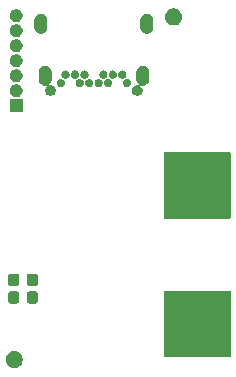
<source format=gbr>
%TF.GenerationSoftware,KiCad,Pcbnew,9.0.4*%
%TF.CreationDate,2025-09-03T13:38:36-07:00*%
%TF.ProjectId,k1-aioc,6b312d61-696f-4632-9e6b-696361645f70,rev?*%
%TF.SameCoordinates,Original*%
%TF.FileFunction,Soldermask,Bot*%
%TF.FilePolarity,Negative*%
%FSLAX46Y46*%
G04 Gerber Fmt 4.6, Leading zero omitted, Abs format (unit mm)*
G04 Created by KiCad (PCBNEW 9.0.4) date 2025-09-03 13:38:36*
%MOMM*%
%LPD*%
G01*
G04 APERTURE LIST*
G04 APERTURE END LIST*
G36*
X104960747Y-109555261D02*
G01*
X105092234Y-109609725D01*
X105210570Y-109688794D01*
X105311206Y-109789430D01*
X105390275Y-109907766D01*
X105444739Y-110039253D01*
X105472504Y-110178840D01*
X105472504Y-110321160D01*
X105444739Y-110460747D01*
X105390275Y-110592234D01*
X105311206Y-110710570D01*
X105210570Y-110811206D01*
X105092234Y-110890275D01*
X104960747Y-110944739D01*
X104821160Y-110972504D01*
X104678840Y-110972504D01*
X104539253Y-110944739D01*
X104407766Y-110890275D01*
X104289430Y-110811206D01*
X104188794Y-110710570D01*
X104109725Y-110592234D01*
X104055261Y-110460747D01*
X104027496Y-110321160D01*
X104027496Y-110178840D01*
X104055261Y-110039253D01*
X104109725Y-109907766D01*
X104188794Y-109789430D01*
X104289430Y-109688794D01*
X104407766Y-109609725D01*
X104539253Y-109555261D01*
X104678840Y-109527496D01*
X104821160Y-109527496D01*
X104960747Y-109555261D01*
G37*
G36*
X123014632Y-104426441D02*
G01*
X123041668Y-104437640D01*
X123062360Y-104458332D01*
X123073559Y-104485368D01*
X123075000Y-104500000D01*
X123075000Y-110000000D01*
X123073559Y-110014632D01*
X123062360Y-110041668D01*
X123041668Y-110062360D01*
X123014632Y-110073559D01*
X123000000Y-110075000D01*
X122997546Y-110075000D01*
X117502454Y-110075000D01*
X117500000Y-110075000D01*
X117485368Y-110073559D01*
X117458332Y-110062360D01*
X117437640Y-110041668D01*
X117426441Y-110014632D01*
X117425000Y-110000000D01*
X117425000Y-104500000D01*
X117426441Y-104485368D01*
X117437640Y-104458332D01*
X117458332Y-104437640D01*
X117485368Y-104426441D01*
X117500000Y-104425000D01*
X123000000Y-104425000D01*
X123014632Y-104426441D01*
G37*
G36*
X104937660Y-104476275D02*
G01*
X104999590Y-104484428D01*
X105015167Y-104491692D01*
X105034096Y-104495457D01*
X105059167Y-104512208D01*
X105084955Y-104524234D01*
X105100644Y-104539923D01*
X105121285Y-104553715D01*
X105135076Y-104574355D01*
X105150765Y-104590044D01*
X105162789Y-104615830D01*
X105179543Y-104640904D01*
X105183308Y-104659834D01*
X105190571Y-104675409D01*
X105198722Y-104737326D01*
X105200000Y-104743750D01*
X105200000Y-105256250D01*
X105198722Y-105262674D01*
X105190571Y-105324590D01*
X105183308Y-105340164D01*
X105179543Y-105359096D01*
X105162787Y-105384171D01*
X105150765Y-105409955D01*
X105135078Y-105425641D01*
X105121285Y-105446285D01*
X105100641Y-105460078D01*
X105084955Y-105475765D01*
X105059171Y-105487787D01*
X105034096Y-105504543D01*
X105015164Y-105508308D01*
X104999590Y-105515571D01*
X104937674Y-105523722D01*
X104931250Y-105525000D01*
X104493750Y-105525000D01*
X104487326Y-105523722D01*
X104425409Y-105515571D01*
X104409834Y-105508308D01*
X104390904Y-105504543D01*
X104365830Y-105487789D01*
X104340044Y-105475765D01*
X104324355Y-105460076D01*
X104303715Y-105446285D01*
X104289923Y-105425644D01*
X104274234Y-105409955D01*
X104262208Y-105384167D01*
X104245457Y-105359096D01*
X104241692Y-105340167D01*
X104234428Y-105324590D01*
X104226275Y-105262660D01*
X104225000Y-105256250D01*
X104225000Y-104743750D01*
X104226274Y-104737341D01*
X104234428Y-104675409D01*
X104241692Y-104659830D01*
X104245457Y-104640904D01*
X104262207Y-104615835D01*
X104274234Y-104590044D01*
X104289925Y-104574352D01*
X104303715Y-104553715D01*
X104324352Y-104539925D01*
X104340044Y-104524234D01*
X104365835Y-104512207D01*
X104390904Y-104495457D01*
X104409830Y-104491692D01*
X104425409Y-104484428D01*
X104487341Y-104476274D01*
X104493750Y-104475000D01*
X104931250Y-104475000D01*
X104937660Y-104476275D01*
G37*
G36*
X106512660Y-104476275D02*
G01*
X106574590Y-104484428D01*
X106590167Y-104491692D01*
X106609096Y-104495457D01*
X106634167Y-104512208D01*
X106659955Y-104524234D01*
X106675644Y-104539923D01*
X106696285Y-104553715D01*
X106710076Y-104574355D01*
X106725765Y-104590044D01*
X106737789Y-104615830D01*
X106754543Y-104640904D01*
X106758308Y-104659834D01*
X106765571Y-104675409D01*
X106773722Y-104737326D01*
X106775000Y-104743750D01*
X106775000Y-105256250D01*
X106773722Y-105262674D01*
X106765571Y-105324590D01*
X106758308Y-105340164D01*
X106754543Y-105359096D01*
X106737787Y-105384171D01*
X106725765Y-105409955D01*
X106710078Y-105425641D01*
X106696285Y-105446285D01*
X106675641Y-105460078D01*
X106659955Y-105475765D01*
X106634171Y-105487787D01*
X106609096Y-105504543D01*
X106590164Y-105508308D01*
X106574590Y-105515571D01*
X106512674Y-105523722D01*
X106506250Y-105525000D01*
X106068750Y-105525000D01*
X106062326Y-105523722D01*
X106000409Y-105515571D01*
X105984834Y-105508308D01*
X105965904Y-105504543D01*
X105940830Y-105487789D01*
X105915044Y-105475765D01*
X105899355Y-105460076D01*
X105878715Y-105446285D01*
X105864923Y-105425644D01*
X105849234Y-105409955D01*
X105837208Y-105384167D01*
X105820457Y-105359096D01*
X105816692Y-105340167D01*
X105809428Y-105324590D01*
X105801275Y-105262660D01*
X105800000Y-105256250D01*
X105800000Y-104743750D01*
X105801274Y-104737341D01*
X105809428Y-104675409D01*
X105816692Y-104659830D01*
X105820457Y-104640904D01*
X105837207Y-104615835D01*
X105849234Y-104590044D01*
X105864925Y-104574352D01*
X105878715Y-104553715D01*
X105899352Y-104539925D01*
X105915044Y-104524234D01*
X105940835Y-104512207D01*
X105965904Y-104495457D01*
X105984830Y-104491692D01*
X106000409Y-104484428D01*
X106062341Y-104476274D01*
X106068750Y-104475000D01*
X106506250Y-104475000D01*
X106512660Y-104476275D01*
G37*
G36*
X104937660Y-102976275D02*
G01*
X104999590Y-102984428D01*
X105015167Y-102991692D01*
X105034096Y-102995457D01*
X105059167Y-103012208D01*
X105084955Y-103024234D01*
X105100644Y-103039923D01*
X105121285Y-103053715D01*
X105135076Y-103074355D01*
X105150765Y-103090044D01*
X105162789Y-103115830D01*
X105179543Y-103140904D01*
X105183308Y-103159834D01*
X105190571Y-103175409D01*
X105198722Y-103237326D01*
X105200000Y-103243750D01*
X105200000Y-103756250D01*
X105198722Y-103762674D01*
X105190571Y-103824590D01*
X105183308Y-103840164D01*
X105179543Y-103859096D01*
X105162787Y-103884171D01*
X105150765Y-103909955D01*
X105135078Y-103925641D01*
X105121285Y-103946285D01*
X105100641Y-103960078D01*
X105084955Y-103975765D01*
X105059171Y-103987787D01*
X105034096Y-104004543D01*
X105015164Y-104008308D01*
X104999590Y-104015571D01*
X104937674Y-104023722D01*
X104931250Y-104025000D01*
X104493750Y-104025000D01*
X104487326Y-104023722D01*
X104425409Y-104015571D01*
X104409834Y-104008308D01*
X104390904Y-104004543D01*
X104365830Y-103987789D01*
X104340044Y-103975765D01*
X104324355Y-103960076D01*
X104303715Y-103946285D01*
X104289923Y-103925644D01*
X104274234Y-103909955D01*
X104262208Y-103884167D01*
X104245457Y-103859096D01*
X104241692Y-103840167D01*
X104234428Y-103824590D01*
X104226275Y-103762660D01*
X104225000Y-103756250D01*
X104225000Y-103243750D01*
X104226274Y-103237341D01*
X104234428Y-103175409D01*
X104241692Y-103159830D01*
X104245457Y-103140904D01*
X104262207Y-103115835D01*
X104274234Y-103090044D01*
X104289925Y-103074352D01*
X104303715Y-103053715D01*
X104324352Y-103039925D01*
X104340044Y-103024234D01*
X104365835Y-103012207D01*
X104390904Y-102995457D01*
X104409830Y-102991692D01*
X104425409Y-102984428D01*
X104487341Y-102976274D01*
X104493750Y-102975000D01*
X104931250Y-102975000D01*
X104937660Y-102976275D01*
G37*
G36*
X106512660Y-102976275D02*
G01*
X106574590Y-102984428D01*
X106590167Y-102991692D01*
X106609096Y-102995457D01*
X106634167Y-103012208D01*
X106659955Y-103024234D01*
X106675644Y-103039923D01*
X106696285Y-103053715D01*
X106710076Y-103074355D01*
X106725765Y-103090044D01*
X106737789Y-103115830D01*
X106754543Y-103140904D01*
X106758308Y-103159834D01*
X106765571Y-103175409D01*
X106773722Y-103237326D01*
X106775000Y-103243750D01*
X106775000Y-103756250D01*
X106773722Y-103762674D01*
X106765571Y-103824590D01*
X106758308Y-103840164D01*
X106754543Y-103859096D01*
X106737787Y-103884171D01*
X106725765Y-103909955D01*
X106710078Y-103925641D01*
X106696285Y-103946285D01*
X106675641Y-103960078D01*
X106659955Y-103975765D01*
X106634171Y-103987787D01*
X106609096Y-104004543D01*
X106590164Y-104008308D01*
X106574590Y-104015571D01*
X106512674Y-104023722D01*
X106506250Y-104025000D01*
X106068750Y-104025000D01*
X106062326Y-104023722D01*
X106000409Y-104015571D01*
X105984834Y-104008308D01*
X105965904Y-104004543D01*
X105940830Y-103987789D01*
X105915044Y-103975765D01*
X105899355Y-103960076D01*
X105878715Y-103946285D01*
X105864923Y-103925644D01*
X105849234Y-103909955D01*
X105837208Y-103884167D01*
X105820457Y-103859096D01*
X105816692Y-103840167D01*
X105809428Y-103824590D01*
X105801275Y-103762660D01*
X105800000Y-103756250D01*
X105800000Y-103243750D01*
X105801274Y-103237341D01*
X105809428Y-103175409D01*
X105816692Y-103159830D01*
X105820457Y-103140904D01*
X105837207Y-103115835D01*
X105849234Y-103090044D01*
X105864925Y-103074352D01*
X105878715Y-103053715D01*
X105899352Y-103039925D01*
X105915044Y-103024234D01*
X105940835Y-103012207D01*
X105965904Y-102995457D01*
X105984830Y-102991692D01*
X106000409Y-102984428D01*
X106062341Y-102976274D01*
X106068750Y-102975000D01*
X106506250Y-102975000D01*
X106512660Y-102976275D01*
G37*
G36*
X123014632Y-92676441D02*
G01*
X123041668Y-92687640D01*
X123062360Y-92708332D01*
X123073559Y-92735368D01*
X123075000Y-92750000D01*
X123075000Y-98250000D01*
X123073559Y-98264632D01*
X123062360Y-98291668D01*
X123041668Y-98312360D01*
X123014632Y-98323559D01*
X123000000Y-98325000D01*
X122997546Y-98325000D01*
X117502454Y-98325000D01*
X117500000Y-98325000D01*
X117485368Y-98323559D01*
X117458332Y-98312360D01*
X117437640Y-98291668D01*
X117426441Y-98264632D01*
X117425000Y-98250000D01*
X117425000Y-92750000D01*
X117426441Y-92735368D01*
X117437640Y-92708332D01*
X117458332Y-92687640D01*
X117485368Y-92676441D01*
X117500000Y-92675000D01*
X123000000Y-92675000D01*
X123014632Y-92676441D01*
G37*
G36*
X105444134Y-88203806D02*
G01*
X105460355Y-88214645D01*
X105471194Y-88230866D01*
X105475000Y-88250000D01*
X105475000Y-89250000D01*
X105471194Y-89269134D01*
X105460355Y-89285355D01*
X105444134Y-89296194D01*
X105425000Y-89300000D01*
X104425000Y-89300000D01*
X104405866Y-89296194D01*
X104389645Y-89285355D01*
X104378806Y-89269134D01*
X104375000Y-89250000D01*
X104375000Y-88250000D01*
X104378806Y-88230866D01*
X104389645Y-88214645D01*
X104405866Y-88203806D01*
X104425000Y-88200000D01*
X105425000Y-88200000D01*
X105444134Y-88203806D01*
G37*
G36*
X105135476Y-86971866D02*
G01*
X105259819Y-87043656D01*
X105361344Y-87145181D01*
X105433134Y-87269524D01*
X105470295Y-87408211D01*
X105470295Y-87551789D01*
X105433134Y-87690476D01*
X105361344Y-87814819D01*
X105259819Y-87916344D01*
X105135476Y-87988134D01*
X104996789Y-88025295D01*
X104853211Y-88025295D01*
X104714524Y-87988134D01*
X104590181Y-87916344D01*
X104488656Y-87814819D01*
X104416866Y-87690476D01*
X104379705Y-87551789D01*
X104379705Y-87408211D01*
X104416866Y-87269524D01*
X104488656Y-87145181D01*
X104590181Y-87043656D01*
X104714524Y-86971866D01*
X104853211Y-86934705D01*
X104996789Y-86934705D01*
X105135476Y-86971866D01*
G37*
G36*
X107580476Y-85421866D02*
G01*
X107704819Y-85493656D01*
X107806344Y-85595181D01*
X107878134Y-85719524D01*
X107915295Y-85858211D01*
X107920000Y-85930000D01*
X107920000Y-86530000D01*
X107915295Y-86601789D01*
X107878134Y-86740476D01*
X107806344Y-86864819D01*
X107704819Y-86966344D01*
X107703382Y-86967173D01*
X107691668Y-86978888D01*
X107729811Y-87044956D01*
X107771263Y-87033850D01*
X107888737Y-87033850D01*
X108002208Y-87064254D01*
X108103943Y-87122991D01*
X108187009Y-87206057D01*
X108245746Y-87307792D01*
X108276150Y-87421263D01*
X108276150Y-87538737D01*
X108245746Y-87652208D01*
X108187009Y-87753943D01*
X108103943Y-87837009D01*
X108002208Y-87895746D01*
X107888737Y-87926150D01*
X107771263Y-87926150D01*
X107657792Y-87895746D01*
X107556057Y-87837009D01*
X107472991Y-87753943D01*
X107414254Y-87652208D01*
X107383850Y-87538737D01*
X107383850Y-87421263D01*
X107414254Y-87307792D01*
X107472991Y-87206057D01*
X107556057Y-87122991D01*
X107557486Y-87122165D01*
X107559650Y-87120002D01*
X107521505Y-87053935D01*
X107441789Y-87075295D01*
X107298211Y-87075295D01*
X107159524Y-87038134D01*
X107035181Y-86966344D01*
X106933656Y-86864819D01*
X106861866Y-86740476D01*
X106824705Y-86601789D01*
X106820000Y-86530000D01*
X106820000Y-85930000D01*
X106824705Y-85858211D01*
X106861866Y-85719524D01*
X106933656Y-85595181D01*
X107035181Y-85493656D01*
X107159524Y-85421866D01*
X107298211Y-85384705D01*
X107441789Y-85384705D01*
X107580476Y-85421866D01*
G37*
G36*
X115840476Y-85421866D02*
G01*
X115964819Y-85493656D01*
X116066344Y-85595181D01*
X116138134Y-85719524D01*
X116175295Y-85858211D01*
X116180000Y-85930000D01*
X116180000Y-86530000D01*
X116175295Y-86601789D01*
X116138134Y-86740476D01*
X116066344Y-86864819D01*
X115964819Y-86966344D01*
X115840476Y-87038134D01*
X115701789Y-87075295D01*
X115558211Y-87075295D01*
X115478492Y-87053934D01*
X115440349Y-87120002D01*
X115442511Y-87122164D01*
X115443943Y-87122991D01*
X115527009Y-87206057D01*
X115585746Y-87307792D01*
X115616150Y-87421263D01*
X115616150Y-87538737D01*
X115585746Y-87652208D01*
X115527009Y-87753943D01*
X115443943Y-87837009D01*
X115342208Y-87895746D01*
X115228737Y-87926150D01*
X115111263Y-87926150D01*
X114997792Y-87895746D01*
X114896057Y-87837009D01*
X114812991Y-87753943D01*
X114754254Y-87652208D01*
X114723850Y-87538737D01*
X114723850Y-87421263D01*
X114754254Y-87307792D01*
X114812991Y-87206057D01*
X114896057Y-87122991D01*
X114997792Y-87064254D01*
X115111263Y-87033850D01*
X115228737Y-87033850D01*
X115270186Y-87044956D01*
X115308331Y-86978889D01*
X115296612Y-86967170D01*
X115295181Y-86966344D01*
X115193656Y-86864819D01*
X115121866Y-86740476D01*
X115084705Y-86601789D01*
X115080000Y-86530000D01*
X115080000Y-85930000D01*
X115084705Y-85858211D01*
X115121866Y-85719524D01*
X115193656Y-85595181D01*
X115295181Y-85493656D01*
X115419524Y-85421866D01*
X115558211Y-85384705D01*
X115701789Y-85384705D01*
X115840476Y-85421866D01*
G37*
G36*
X108833939Y-86506642D02*
G01*
X108913067Y-86552326D01*
X108977674Y-86616933D01*
X109023358Y-86696061D01*
X109047006Y-86784316D01*
X109047006Y-86875684D01*
X109023358Y-86963939D01*
X108977674Y-87043067D01*
X108913067Y-87107674D01*
X108833939Y-87153358D01*
X108745684Y-87177006D01*
X108654316Y-87177006D01*
X108566061Y-87153358D01*
X108486933Y-87107674D01*
X108422326Y-87043067D01*
X108376642Y-86963939D01*
X108352994Y-86875684D01*
X108352994Y-86784316D01*
X108376642Y-86696061D01*
X108422326Y-86616933D01*
X108486933Y-86552326D01*
X108566061Y-86506642D01*
X108654316Y-86482994D01*
X108745684Y-86482994D01*
X108833939Y-86506642D01*
G37*
G36*
X110433939Y-86506642D02*
G01*
X110513067Y-86552326D01*
X110577674Y-86616933D01*
X110623358Y-86696061D01*
X110647006Y-86784316D01*
X110647006Y-86875684D01*
X110623358Y-86963939D01*
X110577674Y-87043067D01*
X110513067Y-87107674D01*
X110433939Y-87153358D01*
X110345684Y-87177006D01*
X110254316Y-87177006D01*
X110166061Y-87153358D01*
X110086933Y-87107674D01*
X110022326Y-87043067D01*
X109976642Y-86963939D01*
X109952994Y-86875684D01*
X109952994Y-86784316D01*
X109976642Y-86696061D01*
X110022326Y-86616933D01*
X110086933Y-86552326D01*
X110166061Y-86506642D01*
X110254316Y-86482994D01*
X110345684Y-86482994D01*
X110433939Y-86506642D01*
G37*
G36*
X111233939Y-86506642D02*
G01*
X111313067Y-86552326D01*
X111377674Y-86616933D01*
X111423358Y-86696061D01*
X111447006Y-86784316D01*
X111447006Y-86875684D01*
X111423358Y-86963939D01*
X111377674Y-87043067D01*
X111313067Y-87107674D01*
X111233939Y-87153358D01*
X111145684Y-87177006D01*
X111054316Y-87177006D01*
X110966061Y-87153358D01*
X110886933Y-87107674D01*
X110822326Y-87043067D01*
X110776642Y-86963939D01*
X110752994Y-86875684D01*
X110752994Y-86784316D01*
X110776642Y-86696061D01*
X110822326Y-86616933D01*
X110886933Y-86552326D01*
X110966061Y-86506642D01*
X111054316Y-86482994D01*
X111145684Y-86482994D01*
X111233939Y-86506642D01*
G37*
G36*
X112033939Y-86506642D02*
G01*
X112113067Y-86552326D01*
X112177674Y-86616933D01*
X112223358Y-86696061D01*
X112247006Y-86784316D01*
X112247006Y-86875684D01*
X112223358Y-86963939D01*
X112177674Y-87043067D01*
X112113067Y-87107674D01*
X112033939Y-87153358D01*
X111945684Y-87177006D01*
X111854316Y-87177006D01*
X111766061Y-87153358D01*
X111686933Y-87107674D01*
X111622326Y-87043067D01*
X111576642Y-86963939D01*
X111552994Y-86875684D01*
X111552994Y-86784316D01*
X111576642Y-86696061D01*
X111622326Y-86616933D01*
X111686933Y-86552326D01*
X111766061Y-86506642D01*
X111854316Y-86482994D01*
X111945684Y-86482994D01*
X112033939Y-86506642D01*
G37*
G36*
X112833939Y-86506642D02*
G01*
X112913067Y-86552326D01*
X112977674Y-86616933D01*
X113023358Y-86696061D01*
X113047006Y-86784316D01*
X113047006Y-86875684D01*
X113023358Y-86963939D01*
X112977674Y-87043067D01*
X112913067Y-87107674D01*
X112833939Y-87153358D01*
X112745684Y-87177006D01*
X112654316Y-87177006D01*
X112566061Y-87153358D01*
X112486933Y-87107674D01*
X112422326Y-87043067D01*
X112376642Y-86963939D01*
X112352994Y-86875684D01*
X112352994Y-86784316D01*
X112376642Y-86696061D01*
X112422326Y-86616933D01*
X112486933Y-86552326D01*
X112566061Y-86506642D01*
X112654316Y-86482994D01*
X112745684Y-86482994D01*
X112833939Y-86506642D01*
G37*
G36*
X114433939Y-86506642D02*
G01*
X114513067Y-86552326D01*
X114577674Y-86616933D01*
X114623358Y-86696061D01*
X114647006Y-86784316D01*
X114647006Y-86875684D01*
X114623358Y-86963939D01*
X114577674Y-87043067D01*
X114513067Y-87107674D01*
X114433939Y-87153358D01*
X114345684Y-87177006D01*
X114254316Y-87177006D01*
X114166061Y-87153358D01*
X114086933Y-87107674D01*
X114022326Y-87043067D01*
X113976642Y-86963939D01*
X113952994Y-86875684D01*
X113952994Y-86784316D01*
X113976642Y-86696061D01*
X114022326Y-86616933D01*
X114086933Y-86552326D01*
X114166061Y-86506642D01*
X114254316Y-86482994D01*
X114345684Y-86482994D01*
X114433939Y-86506642D01*
G37*
G36*
X105135476Y-85701866D02*
G01*
X105259819Y-85773656D01*
X105361344Y-85875181D01*
X105433134Y-85999524D01*
X105470295Y-86138211D01*
X105470295Y-86281789D01*
X105433134Y-86420476D01*
X105361344Y-86544819D01*
X105259819Y-86646344D01*
X105135476Y-86718134D01*
X104996789Y-86755295D01*
X104853211Y-86755295D01*
X104714524Y-86718134D01*
X104590181Y-86646344D01*
X104488656Y-86544819D01*
X104416866Y-86420476D01*
X104379705Y-86281789D01*
X104379705Y-86138211D01*
X104416866Y-85999524D01*
X104488656Y-85875181D01*
X104590181Y-85773656D01*
X104714524Y-85701866D01*
X104853211Y-85664705D01*
X104996789Y-85664705D01*
X105135476Y-85701866D01*
G37*
G36*
X109233939Y-85806642D02*
G01*
X109313067Y-85852326D01*
X109377674Y-85916933D01*
X109423358Y-85996061D01*
X109447006Y-86084316D01*
X109447006Y-86175684D01*
X109423358Y-86263939D01*
X109377674Y-86343067D01*
X109313067Y-86407674D01*
X109233939Y-86453358D01*
X109145684Y-86477006D01*
X109054316Y-86477006D01*
X108966061Y-86453358D01*
X108886933Y-86407674D01*
X108822326Y-86343067D01*
X108776642Y-86263939D01*
X108752994Y-86175684D01*
X108752994Y-86084316D01*
X108776642Y-85996061D01*
X108822326Y-85916933D01*
X108886933Y-85852326D01*
X108966061Y-85806642D01*
X109054316Y-85782994D01*
X109145684Y-85782994D01*
X109233939Y-85806642D01*
G37*
G36*
X110033939Y-85806642D02*
G01*
X110113067Y-85852326D01*
X110177674Y-85916933D01*
X110223358Y-85996061D01*
X110247006Y-86084316D01*
X110247006Y-86175684D01*
X110223358Y-86263939D01*
X110177674Y-86343067D01*
X110113067Y-86407674D01*
X110033939Y-86453358D01*
X109945684Y-86477006D01*
X109854316Y-86477006D01*
X109766061Y-86453358D01*
X109686933Y-86407674D01*
X109622326Y-86343067D01*
X109576642Y-86263939D01*
X109552994Y-86175684D01*
X109552994Y-86084316D01*
X109576642Y-85996061D01*
X109622326Y-85916933D01*
X109686933Y-85852326D01*
X109766061Y-85806642D01*
X109854316Y-85782994D01*
X109945684Y-85782994D01*
X110033939Y-85806642D01*
G37*
G36*
X110833939Y-85806642D02*
G01*
X110913067Y-85852326D01*
X110977674Y-85916933D01*
X111023358Y-85996061D01*
X111047006Y-86084316D01*
X111047006Y-86175684D01*
X111023358Y-86263939D01*
X110977674Y-86343067D01*
X110913067Y-86407674D01*
X110833939Y-86453358D01*
X110745684Y-86477006D01*
X110654316Y-86477006D01*
X110566061Y-86453358D01*
X110486933Y-86407674D01*
X110422326Y-86343067D01*
X110376642Y-86263939D01*
X110352994Y-86175684D01*
X110352994Y-86084316D01*
X110376642Y-85996061D01*
X110422326Y-85916933D01*
X110486933Y-85852326D01*
X110566061Y-85806642D01*
X110654316Y-85782994D01*
X110745684Y-85782994D01*
X110833939Y-85806642D01*
G37*
G36*
X112433939Y-85806642D02*
G01*
X112513067Y-85852326D01*
X112577674Y-85916933D01*
X112623358Y-85996061D01*
X112647006Y-86084316D01*
X112647006Y-86175684D01*
X112623358Y-86263939D01*
X112577674Y-86343067D01*
X112513067Y-86407674D01*
X112433939Y-86453358D01*
X112345684Y-86477006D01*
X112254316Y-86477006D01*
X112166061Y-86453358D01*
X112086933Y-86407674D01*
X112022326Y-86343067D01*
X111976642Y-86263939D01*
X111952994Y-86175684D01*
X111952994Y-86084316D01*
X111976642Y-85996061D01*
X112022326Y-85916933D01*
X112086933Y-85852326D01*
X112166061Y-85806642D01*
X112254316Y-85782994D01*
X112345684Y-85782994D01*
X112433939Y-85806642D01*
G37*
G36*
X113233939Y-85806642D02*
G01*
X113313067Y-85852326D01*
X113377674Y-85916933D01*
X113423358Y-85996061D01*
X113447006Y-86084316D01*
X113447006Y-86175684D01*
X113423358Y-86263939D01*
X113377674Y-86343067D01*
X113313067Y-86407674D01*
X113233939Y-86453358D01*
X113145684Y-86477006D01*
X113054316Y-86477006D01*
X112966061Y-86453358D01*
X112886933Y-86407674D01*
X112822326Y-86343067D01*
X112776642Y-86263939D01*
X112752994Y-86175684D01*
X112752994Y-86084316D01*
X112776642Y-85996061D01*
X112822326Y-85916933D01*
X112886933Y-85852326D01*
X112966061Y-85806642D01*
X113054316Y-85782994D01*
X113145684Y-85782994D01*
X113233939Y-85806642D01*
G37*
G36*
X114033939Y-85806642D02*
G01*
X114113067Y-85852326D01*
X114177674Y-85916933D01*
X114223358Y-85996061D01*
X114247006Y-86084316D01*
X114247006Y-86175684D01*
X114223358Y-86263939D01*
X114177674Y-86343067D01*
X114113067Y-86407674D01*
X114033939Y-86453358D01*
X113945684Y-86477006D01*
X113854316Y-86477006D01*
X113766061Y-86453358D01*
X113686933Y-86407674D01*
X113622326Y-86343067D01*
X113576642Y-86263939D01*
X113552994Y-86175684D01*
X113552994Y-86084316D01*
X113576642Y-85996061D01*
X113622326Y-85916933D01*
X113686933Y-85852326D01*
X113766061Y-85806642D01*
X113854316Y-85782994D01*
X113945684Y-85782994D01*
X114033939Y-85806642D01*
G37*
G36*
X105135476Y-84431866D02*
G01*
X105259819Y-84503656D01*
X105361344Y-84605181D01*
X105433134Y-84729524D01*
X105470295Y-84868211D01*
X105470295Y-85011789D01*
X105433134Y-85150476D01*
X105361344Y-85274819D01*
X105259819Y-85376344D01*
X105135476Y-85448134D01*
X104996789Y-85485295D01*
X104853211Y-85485295D01*
X104714524Y-85448134D01*
X104590181Y-85376344D01*
X104488656Y-85274819D01*
X104416866Y-85150476D01*
X104379705Y-85011789D01*
X104379705Y-84868211D01*
X104416866Y-84729524D01*
X104488656Y-84605181D01*
X104590181Y-84503656D01*
X104714524Y-84431866D01*
X104853211Y-84394705D01*
X104996789Y-84394705D01*
X105135476Y-84431866D01*
G37*
G36*
X105135476Y-83161866D02*
G01*
X105259819Y-83233656D01*
X105361344Y-83335181D01*
X105433134Y-83459524D01*
X105470295Y-83598211D01*
X105470295Y-83741789D01*
X105433134Y-83880476D01*
X105361344Y-84004819D01*
X105259819Y-84106344D01*
X105135476Y-84178134D01*
X104996789Y-84215295D01*
X104853211Y-84215295D01*
X104714524Y-84178134D01*
X104590181Y-84106344D01*
X104488656Y-84004819D01*
X104416866Y-83880476D01*
X104379705Y-83741789D01*
X104379705Y-83598211D01*
X104416866Y-83459524D01*
X104488656Y-83335181D01*
X104590181Y-83233656D01*
X104714524Y-83161866D01*
X104853211Y-83124705D01*
X104996789Y-83124705D01*
X105135476Y-83161866D01*
G37*
G36*
X105135476Y-81891866D02*
G01*
X105259819Y-81963656D01*
X105361344Y-82065181D01*
X105433134Y-82189524D01*
X105470295Y-82328211D01*
X105470295Y-82471789D01*
X105433134Y-82610476D01*
X105361344Y-82734819D01*
X105259819Y-82836344D01*
X105135476Y-82908134D01*
X104996789Y-82945295D01*
X104853211Y-82945295D01*
X104714524Y-82908134D01*
X104590181Y-82836344D01*
X104488656Y-82734819D01*
X104416866Y-82610476D01*
X104379705Y-82471789D01*
X104379705Y-82328211D01*
X104416866Y-82189524D01*
X104488656Y-82065181D01*
X104590181Y-81963656D01*
X104714524Y-81891866D01*
X104853211Y-81854705D01*
X104996789Y-81854705D01*
X105135476Y-81891866D01*
G37*
G36*
X107220476Y-81031866D02*
G01*
X107344819Y-81103656D01*
X107446344Y-81205181D01*
X107518134Y-81329524D01*
X107555295Y-81468211D01*
X107560000Y-81540000D01*
X107560000Y-82140000D01*
X107555295Y-82211789D01*
X107518134Y-82350476D01*
X107446344Y-82474819D01*
X107344819Y-82576344D01*
X107220476Y-82648134D01*
X107081789Y-82685295D01*
X106938211Y-82685295D01*
X106799524Y-82648134D01*
X106675181Y-82576344D01*
X106573656Y-82474819D01*
X106501866Y-82350476D01*
X106464705Y-82211789D01*
X106460000Y-82140000D01*
X106460000Y-81540000D01*
X106464705Y-81468211D01*
X106501866Y-81329524D01*
X106573656Y-81205181D01*
X106675181Y-81103656D01*
X106799524Y-81031866D01*
X106938211Y-80994705D01*
X107081789Y-80994705D01*
X107220476Y-81031866D01*
G37*
G36*
X116200476Y-81031866D02*
G01*
X116324819Y-81103656D01*
X116426344Y-81205181D01*
X116498134Y-81329524D01*
X116535295Y-81468211D01*
X116540000Y-81540000D01*
X116540000Y-82140000D01*
X116535295Y-82211789D01*
X116498134Y-82350476D01*
X116426344Y-82474819D01*
X116324819Y-82576344D01*
X116200476Y-82648134D01*
X116061789Y-82685295D01*
X115918211Y-82685295D01*
X115779524Y-82648134D01*
X115655181Y-82576344D01*
X115553656Y-82474819D01*
X115481866Y-82350476D01*
X115444705Y-82211789D01*
X115440000Y-82140000D01*
X115440000Y-81540000D01*
X115444705Y-81468211D01*
X115481866Y-81329524D01*
X115553656Y-81205181D01*
X115655181Y-81103656D01*
X115779524Y-81031866D01*
X115918211Y-80994705D01*
X116061789Y-80994705D01*
X116200476Y-81031866D01*
G37*
G36*
X118460747Y-80555261D02*
G01*
X118592234Y-80609725D01*
X118710570Y-80688794D01*
X118811206Y-80789430D01*
X118890275Y-80907766D01*
X118944739Y-81039253D01*
X118972504Y-81178840D01*
X118972504Y-81321160D01*
X118944739Y-81460747D01*
X118890275Y-81592234D01*
X118811206Y-81710570D01*
X118710570Y-81811206D01*
X118592234Y-81890275D01*
X118460747Y-81944739D01*
X118321160Y-81972504D01*
X118178840Y-81972504D01*
X118039253Y-81944739D01*
X117907766Y-81890275D01*
X117789430Y-81811206D01*
X117688794Y-81710570D01*
X117609725Y-81592234D01*
X117555261Y-81460747D01*
X117527496Y-81321160D01*
X117527496Y-81178840D01*
X117555261Y-81039253D01*
X117609725Y-80907766D01*
X117688794Y-80789430D01*
X117789430Y-80688794D01*
X117907766Y-80609725D01*
X118039253Y-80555261D01*
X118178840Y-80527496D01*
X118321160Y-80527496D01*
X118460747Y-80555261D01*
G37*
G36*
X105135476Y-80621866D02*
G01*
X105259819Y-80693656D01*
X105361344Y-80795181D01*
X105433134Y-80919524D01*
X105470295Y-81058211D01*
X105470295Y-81201789D01*
X105433134Y-81340476D01*
X105361344Y-81464819D01*
X105259819Y-81566344D01*
X105135476Y-81638134D01*
X104996789Y-81675295D01*
X104853211Y-81675295D01*
X104714524Y-81638134D01*
X104590181Y-81566344D01*
X104488656Y-81464819D01*
X104416866Y-81340476D01*
X104379705Y-81201789D01*
X104379705Y-81058211D01*
X104416866Y-80919524D01*
X104488656Y-80795181D01*
X104590181Y-80693656D01*
X104714524Y-80621866D01*
X104853211Y-80584705D01*
X104996789Y-80584705D01*
X105135476Y-80621866D01*
G37*
M02*

</source>
